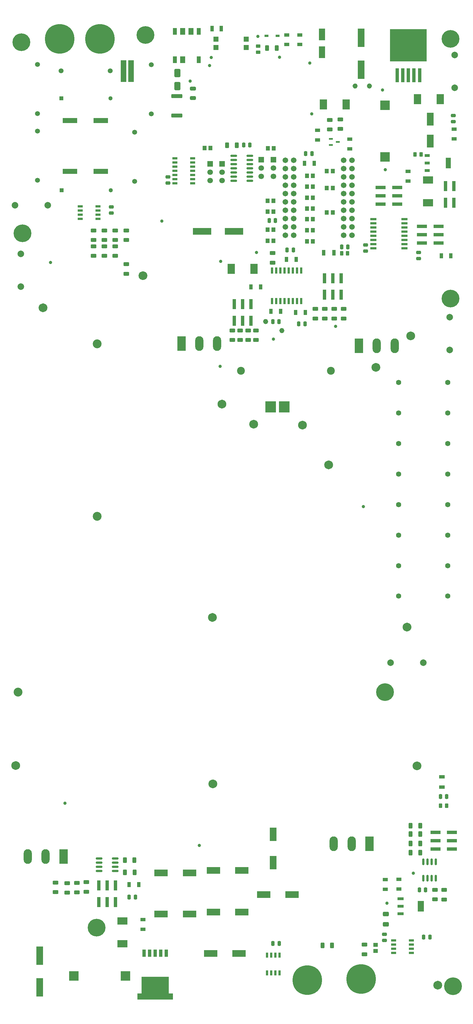
<source format=gts>
G04 #@! TF.GenerationSoftware,KiCad,Pcbnew,9.0.3*
G04 #@! TF.CreationDate,2025-10-12T10:39:54+02:00*
G04 #@! TF.ProjectId,LLC_DCDC_V5,4c4c435f-4443-4444-935f-56352e6b6963,rev?*
G04 #@! TF.SameCoordinates,Original*
G04 #@! TF.FileFunction,Soldermask,Top*
G04 #@! TF.FilePolarity,Negative*
%FSLAX46Y46*%
G04 Gerber Fmt 4.6, Leading zero omitted, Abs format (unit mm)*
G04 Created by KiCad (PCBNEW 9.0.3) date 2025-10-12 10:39:54*
%MOMM*%
%LPD*%
G01*
G04 APERTURE LIST*
G04 Aperture macros list*
%AMRoundRect*
0 Rectangle with rounded corners*
0 $1 Rounding radius*
0 $2 $3 $4 $5 $6 $7 $8 $9 X,Y pos of 4 corners*
0 Add a 4 corners polygon primitive as box body*
4,1,4,$2,$3,$4,$5,$6,$7,$8,$9,$2,$3,0*
0 Add four circle primitives for the rounded corners*
1,1,$1+$1,$2,$3*
1,1,$1+$1,$4,$5*
1,1,$1+$1,$6,$7*
1,1,$1+$1,$8,$9*
0 Add four rect primitives between the rounded corners*
20,1,$1+$1,$2,$3,$4,$5,0*
20,1,$1+$1,$4,$5,$6,$7,0*
20,1,$1+$1,$6,$7,$8,$9,0*
20,1,$1+$1,$8,$9,$2,$3,0*%
G04 Aperture macros list end*
%ADD10C,1.352479*%
%ADD11C,0.800000*%
%ADD12R,1.850000X0.900000*%
%ADD13R,1.850000X3.200000*%
%ADD14R,1.500000X0.650000*%
%ADD15R,2.050000X4.000000*%
%ADD16R,1.050000X1.820000*%
%ADD17R,5.700000X2.000000*%
%ADD18R,2.250000X3.150000*%
%ADD19C,2.700000*%
%ADD20R,2.000000X5.700000*%
%ADD21R,1.600000X1.050000*%
%ADD22RoundRect,0.250000X0.312500X0.625000X-0.312500X0.625000X-0.312500X-0.625000X0.312500X-0.625000X0*%
%ADD23R,1.200000X0.750000*%
%ADD24C,1.500000*%
%ADD25R,1.300000X1.300000*%
%ADD26C,1.300000*%
%ADD27C,0.800000*%
%ADD28C,5.400000*%
%ADD29RoundRect,0.250000X-0.625000X0.312500X-0.625000X-0.312500X0.625000X-0.312500X0.625000X0.312500X0*%
%ADD30RoundRect,0.250000X0.625000X-0.312500X0.625000X0.312500X-0.625000X0.312500X-0.625000X-0.312500X0*%
%ADD31R,1.150000X1.450000*%
%ADD32R,2.500000X4.500000*%
%ADD33O,2.500000X4.500000*%
%ADD34C,1.000000*%
%ADD35R,1.050000X1.600000*%
%ADD36RoundRect,0.250000X-0.250000X-0.475000X0.250000X-0.475000X0.250000X0.475000X-0.250000X0.475000X0*%
%ADD37C,2.000000*%
%ADD38R,4.100000X2.000000*%
%ADD39C,1.604000*%
%ADD40RoundRect,0.250000X-0.262500X-0.450000X0.262500X-0.450000X0.262500X0.450000X-0.262500X0.450000X0*%
%ADD41RoundRect,0.250000X-0.312500X-0.625000X0.312500X-0.625000X0.312500X0.625000X-0.312500X0.625000X0*%
%ADD42R,1.700000X1.700000*%
%ADD43C,1.700000*%
%ADD44RoundRect,0.250000X-0.450000X0.262500X-0.450000X-0.262500X0.450000X-0.262500X0.450000X0.262500X0*%
%ADD45R,3.000000X2.900000*%
%ADD46RoundRect,0.150000X0.825000X0.150000X-0.825000X0.150000X-0.825000X-0.150000X0.825000X-0.150000X0*%
%ADD47R,3.150000X1.000000*%
%ADD48R,1.000000X3.150000*%
%ADD49RoundRect,0.250000X0.475000X-0.250000X0.475000X0.250000X-0.475000X0.250000X-0.475000X-0.250000X0*%
%ADD50R,1.450000X1.150000*%
%ADD51R,1.800000X1.050000*%
%ADD52R,1.050000X1.800000*%
%ADD53RoundRect,0.250000X0.250000X0.475000X-0.250000X0.475000X-0.250000X-0.475000X0.250000X-0.475000X0*%
%ADD54R,1.600000X1.500000*%
%ADD55RoundRect,0.250000X0.650000X-1.000000X0.650000X1.000000X-0.650000X1.000000X-0.650000X-1.000000X0*%
%ADD56R,0.650000X1.528000*%
%ADD57RoundRect,0.250000X-0.475000X0.250000X-0.475000X-0.250000X0.475000X-0.250000X0.475000X0.250000X0*%
%ADD58RoundRect,0.250000X-0.650000X0.412500X-0.650000X-0.412500X0.650000X-0.412500X0.650000X0.412500X0*%
%ADD59R,1.168000X2.032000*%
%ADD60R,1.524000X2.032000*%
%ADD61C,0.900000*%
%ADD62C,9.000000*%
%ADD63RoundRect,0.250000X0.650000X-0.325000X0.650000X0.325000X-0.650000X0.325000X-0.650000X-0.325000X0*%
%ADD64R,1.850000X3.550000*%
%ADD65RoundRect,0.250000X0.262500X0.450000X-0.262500X0.450000X-0.262500X-0.450000X0.262500X-0.450000X0*%
%ADD66RoundRect,0.150000X-0.825000X-0.150000X0.825000X-0.150000X0.825000X0.150000X-0.825000X0.150000X0*%
%ADD67C,2.400000*%
%ADD68RoundRect,0.150000X0.150000X-0.825000X0.150000X0.825000X-0.150000X0.825000X-0.150000X-0.825000X0*%
%ADD69R,4.450000X1.520000*%
%ADD70R,3.250000X3.400000*%
%ADD71R,0.650000X1.850000*%
%ADD72R,1.950000X0.650000*%
%ADD73R,1.020000X4.320000*%
%ADD74R,11.180000X9.910000*%
%ADD75R,3.150000X2.250000*%
%ADD76C,1.712000*%
%ADD77R,1.500000X0.900000*%
%ADD78R,1.500000X3.200000*%
%ADD79R,2.900000X3.000000*%
%ADD80R,2.000000X4.100000*%
%ADD81R,1.750000X6.600000*%
%ADD82R,1.070000X2.160000*%
%ADD83R,10.800000X1.910000*%
%ADD84R,8.330000X5.080000*%
%ADD85RoundRect,0.250000X1.425000X-0.362500X1.425000X0.362500X-1.425000X0.362500X-1.425000X-0.362500X0*%
%ADD86R,1.250000X0.600000*%
%ADD87R,1.525000X0.650000*%
G04 APERTURE END LIST*
D10*
X88859908Y-139600000D02*
G75*
G02*
X87507430Y-139600000I-676239J0D01*
G01*
X87507430Y-139600000D02*
G75*
G02*
X88859908Y-139600000I676239J0D01*
G01*
X168006239Y-175370000D02*
G75*
G02*
X166653761Y-175370000I-676239J0D01*
G01*
X166653761Y-175370000D02*
G75*
G02*
X168006239Y-175370000I676239J0D01*
G01*
X143436239Y-168967521D02*
G75*
G02*
X142083761Y-168967521I-676239J0D01*
G01*
X142083761Y-168967521D02*
G75*
G02*
X143436239Y-168967521I676239J0D01*
G01*
D11*
X188140000Y-71990000D02*
G75*
G02*
X187340000Y-71990000I-400000J0D01*
G01*
X187340000Y-71990000D02*
G75*
G02*
X188140000Y-71990000I400000J0D01*
G01*
D10*
X202936239Y-279247521D02*
G75*
G02*
X201583761Y-279247521I-676239J0D01*
G01*
X201583761Y-279247521D02*
G75*
G02*
X202936239Y-279247521I676239J0D01*
G01*
X201016239Y-148167521D02*
G75*
G02*
X199663761Y-148167521I-676239J0D01*
G01*
X199663761Y-148167521D02*
G75*
G02*
X201016239Y-148167521I676239J0D01*
G01*
X175986239Y-187487521D02*
G75*
G02*
X174633761Y-187487521I-676239J0D01*
G01*
X174633761Y-187487521D02*
G75*
G02*
X175986239Y-187487521I676239J0D01*
G01*
X199890091Y-236940000D02*
G75*
G02*
X198537613Y-236940000I-676239J0D01*
G01*
X198537613Y-236940000D02*
G75*
G02*
X199890091Y-236940000I676239J0D01*
G01*
X140536239Y-234000000D02*
G75*
G02*
X139183761Y-234000000I-676239J0D01*
G01*
X139183761Y-234000000D02*
G75*
G02*
X140536239Y-234000000I676239J0D01*
G01*
D11*
X161440000Y-146560000D02*
G75*
G02*
X160640000Y-146560000I-400000J0D01*
G01*
X160640000Y-146560000D02*
G75*
G02*
X161440000Y-146560000I400000J0D01*
G01*
D10*
X190396239Y-157757521D02*
G75*
G02*
X189043761Y-157757521I-676239J0D01*
G01*
X189043761Y-157757521D02*
G75*
G02*
X190396239Y-157757521I676239J0D01*
G01*
X209266239Y-346107521D02*
G75*
G02*
X207913761Y-346107521I-676239J0D01*
G01*
X207913761Y-346107521D02*
G75*
G02*
X209266239Y-346107521I676239J0D01*
G01*
X119346239Y-129810000D02*
G75*
G02*
X117993761Y-129810000I-676239J0D01*
G01*
X117993761Y-129810000D02*
G75*
G02*
X119346239Y-129810000I676239J0D01*
G01*
D11*
X183780000Y-71990000D02*
G75*
G02*
X182980000Y-71990000I-400000J0D01*
G01*
X182980000Y-71990000D02*
G75*
G02*
X183780000Y-71990000I400000J0D01*
G01*
D10*
X140666239Y-284737521D02*
G75*
G02*
X139313761Y-284737521I-676239J0D01*
G01*
X139313761Y-284737521D02*
G75*
G02*
X140666239Y-284737521I676239J0D01*
G01*
D11*
X156490000Y-143790000D02*
G75*
G02*
X155690000Y-143790000I-400000J0D01*
G01*
X155690000Y-143790000D02*
G75*
G02*
X156490000Y-143790000I400000J0D01*
G01*
D10*
X153116239Y-175080000D02*
G75*
G02*
X151763761Y-175080000I-676239J0D01*
G01*
X151763761Y-175080000D02*
G75*
G02*
X153116239Y-175080000I676239J0D01*
G01*
X80536239Y-279140000D02*
G75*
G02*
X79183761Y-279140000I-676239J0D01*
G01*
X79183761Y-279140000D02*
G75*
G02*
X80536239Y-279140000I676239J0D01*
G01*
D12*
X197240000Y-319750000D03*
X197240000Y-322050000D03*
X197240000Y-324350000D03*
D13*
X203440000Y-322050000D03*
D14*
X195120000Y-332475000D03*
X195120000Y-333745000D03*
X195120000Y-335015000D03*
X195120000Y-336285000D03*
X200520000Y-336285000D03*
X200520000Y-335015000D03*
X200520000Y-333745000D03*
X200520000Y-332475000D03*
D15*
X206290000Y-82125000D03*
X206290000Y-88825000D03*
D16*
X139770000Y-54505000D03*
X142550000Y-54505000D03*
D17*
X136740000Y-116275000D03*
X146440000Y-116275000D03*
D18*
X145640000Y-127765000D03*
X152540000Y-127765000D03*
D19*
X80540000Y-256790000D03*
X104730000Y-150620000D03*
X104730000Y-203210000D03*
D18*
X173710000Y-77625000D03*
X180610000Y-77625000D03*
D20*
X185180000Y-57305000D03*
X185180000Y-67005000D03*
D21*
X162500000Y-56400000D03*
X162500000Y-59350000D03*
D22*
X156537500Y-60445000D03*
X159462500Y-60445000D03*
D23*
X156350000Y-56671000D03*
X159750000Y-56671000D03*
D24*
X108670000Y-67345000D03*
X93670000Y-67345000D03*
D25*
X93800000Y-75785000D03*
D26*
X108800000Y-75785000D03*
D27*
X79605000Y-58660000D03*
X80198109Y-57228109D03*
X80198109Y-60091891D03*
X81630000Y-56635000D03*
D28*
X81630000Y-58660000D03*
D27*
X81630000Y-60685000D03*
X83061891Y-57228109D03*
X83061891Y-60091891D03*
X83655000Y-58660000D03*
D29*
X175650000Y-82315000D03*
X175650000Y-85240000D03*
D30*
X101390000Y-317602500D03*
X101390000Y-314677500D03*
D27*
X117425000Y-56465000D03*
X118018109Y-55033109D03*
X118018109Y-57896891D03*
X119450000Y-54440000D03*
D28*
X119450000Y-56465000D03*
D27*
X119450000Y-58490000D03*
X120881891Y-55033109D03*
X120881891Y-57896891D03*
X121475000Y-56465000D03*
D31*
X170510000Y-99355000D03*
X168710000Y-99355000D03*
D32*
X184540000Y-151165000D03*
D33*
X189990000Y-151165000D03*
X195440000Y-151165000D03*
D34*
X139530000Y-63315000D03*
D35*
X114455000Y-315460000D03*
X117405000Y-315460000D03*
D36*
X204290000Y-331430000D03*
X206190000Y-331430000D03*
D37*
X79670000Y-108310000D03*
X89670000Y-108310000D03*
D38*
X132910000Y-324380000D03*
X124210000Y-324380000D03*
D39*
X196670000Y-208899286D03*
X211670000Y-208899286D03*
D40*
X209437500Y-291351674D03*
X211262500Y-291351674D03*
D41*
X200310000Y-305665000D03*
X203235000Y-305665000D03*
X113147500Y-307970000D03*
X116072500Y-307970000D03*
D42*
X139190000Y-95712500D03*
D43*
X139190000Y-98252500D03*
X139190000Y-100792500D03*
D29*
X106880000Y-120867500D03*
X106880000Y-123792500D03*
D38*
X140150000Y-323815000D03*
X148850000Y-323815000D03*
D29*
X186250000Y-333747500D03*
X186250000Y-336672500D03*
D24*
X116170000Y-101075000D03*
X116170000Y-86075000D03*
D34*
X185920000Y-200245000D03*
X193130000Y-321070000D03*
D44*
X153810000Y-59862500D03*
X153810000Y-61687500D03*
D27*
X210485000Y-57645000D03*
X211078109Y-56213109D03*
X211078109Y-59076891D03*
X212510000Y-55620000D03*
D28*
X212510000Y-57645000D03*
D27*
X212510000Y-59670000D03*
X213941891Y-56213109D03*
X213941891Y-59076891D03*
X214535000Y-57645000D03*
D34*
X124400000Y-113200000D03*
D38*
X140150000Y-311105000D03*
X148850000Y-311105000D03*
D30*
X148340000Y-149432500D03*
X148340000Y-146507500D03*
D45*
X113300000Y-343290000D03*
X97600000Y-343290000D03*
D46*
X110235000Y-311270000D03*
X110235000Y-310000000D03*
X110235000Y-308730000D03*
X110235000Y-307460000D03*
X105285000Y-307460000D03*
X105285000Y-308730000D03*
X105285000Y-310000000D03*
X105285000Y-311270000D03*
D34*
X94880000Y-290610000D03*
X177460000Y-145225000D03*
D31*
X170510000Y-106025000D03*
X168710000Y-106025000D03*
D41*
X200310000Y-297525000D03*
X203235000Y-297525000D03*
D29*
X174150000Y-139920000D03*
X174150000Y-142845000D03*
D47*
X212942500Y-304575000D03*
X207892500Y-304575000D03*
X212942500Y-302035000D03*
X207892500Y-302035000D03*
X212942500Y-299495000D03*
X207892500Y-299495000D03*
D30*
X103570000Y-123792500D03*
X103570000Y-120867500D03*
D48*
X110250000Y-315730000D03*
X110250000Y-320780000D03*
X107710000Y-315730000D03*
X107710000Y-320780000D03*
X105170000Y-315730000D03*
X105170000Y-320780000D03*
D29*
X210530000Y-317087500D03*
X210530000Y-320012500D03*
D30*
X153150000Y-149432500D03*
X153150000Y-146507500D03*
D39*
X196670000Y-171687857D03*
X211670000Y-171687857D03*
X196670000Y-190293571D03*
X211670000Y-190293571D03*
D29*
X106880000Y-116017500D03*
X106880000Y-118942500D03*
D49*
X202780000Y-124605000D03*
X202780000Y-122705000D03*
D47*
X203760000Y-114815000D03*
X208810000Y-114815000D03*
X203760000Y-117355000D03*
X208810000Y-117355000D03*
X203760000Y-119895000D03*
X208810000Y-119895000D03*
D31*
X158560000Y-90982500D03*
X156760000Y-90982500D03*
D50*
X189660000Y-333850000D03*
X189660000Y-335650000D03*
D31*
X158460000Y-115780000D03*
X156660000Y-115780000D03*
D47*
X191190000Y-102945000D03*
X196240000Y-102945000D03*
X191190000Y-105485000D03*
X196240000Y-105485000D03*
X191190000Y-108025000D03*
X196240000Y-108025000D03*
D34*
X90480000Y-125780000D03*
X135880000Y-303495000D03*
D31*
X168670000Y-112540000D03*
X170470000Y-112540000D03*
D22*
X203235000Y-300065000D03*
X200310000Y-300065000D03*
D51*
X209820000Y-282590000D03*
X209820000Y-285690000D03*
D21*
X196710000Y-316785000D03*
X196710000Y-313835000D03*
D36*
X114450000Y-319230000D03*
X116350000Y-319230000D03*
D20*
X87220000Y-346780000D03*
X87220000Y-337080000D03*
D14*
X99550000Y-108670000D03*
X99550000Y-109940000D03*
X99550000Y-111210000D03*
X99550000Y-112480000D03*
X104950000Y-112480000D03*
X104950000Y-111210000D03*
X104950000Y-109940000D03*
X104950000Y-108670000D03*
D32*
X187760000Y-302950000D03*
D33*
X182310000Y-302950000D03*
X176860000Y-302950000D03*
D39*
X196670000Y-199596429D03*
X211670000Y-199596429D03*
D41*
X144335000Y-90052500D03*
X147260000Y-90052500D03*
D30*
X179850000Y-142845000D03*
X179850000Y-139920000D03*
D18*
X202410000Y-75985000D03*
X209310000Y-75985000D03*
D52*
X173830000Y-122855000D03*
X176930000Y-122855000D03*
D53*
X168090000Y-144470000D03*
X166190000Y-144470000D03*
D35*
X165385000Y-124885000D03*
X162435000Y-124885000D03*
D29*
X178910000Y-82165000D03*
X178910000Y-85090000D03*
D54*
X150140000Y-60245000D03*
X150140000Y-57705000D03*
X140920000Y-57705000D03*
X140920000Y-60245000D03*
D53*
X181190000Y-121025000D03*
X179290000Y-121025000D03*
D34*
X133060000Y-70515000D03*
D55*
X129170000Y-72032500D03*
X129170000Y-68032500D03*
D34*
X160360000Y-63255000D03*
D29*
X113610000Y-126295000D03*
X113610000Y-129220000D03*
D53*
X160160000Y-143815000D03*
X158260000Y-143815000D03*
D31*
X158460000Y-110270000D03*
X156660000Y-110270000D03*
D29*
X91990000Y-314837500D03*
X91990000Y-317762500D03*
D56*
X156495000Y-342341000D03*
X157765000Y-342341000D03*
X159035000Y-342341000D03*
X160305000Y-342341000D03*
X160305000Y-336919000D03*
X159035000Y-336919000D03*
X157765000Y-336919000D03*
X156495000Y-336919000D03*
D57*
X109040000Y-108835000D03*
X109040000Y-110735000D03*
D27*
X190495000Y-256790000D03*
X191088109Y-255358109D03*
X191088109Y-258221891D03*
X192520000Y-254765000D03*
D28*
X192520000Y-256790000D03*
D27*
X192520000Y-258815000D03*
X193951891Y-255358109D03*
X193951891Y-258221891D03*
X194545000Y-256790000D03*
D41*
X173415000Y-333970000D03*
X176340000Y-333970000D03*
D31*
X170510000Y-102695000D03*
X168710000Y-102695000D03*
D21*
X213570000Y-85125000D03*
X213570000Y-88075000D03*
D58*
X192780000Y-324377500D03*
X192780000Y-327502500D03*
D59*
X128428000Y-63991000D03*
D60*
X130790000Y-63991000D03*
D59*
X135692000Y-63991000D03*
X135692000Y-55355000D03*
D60*
X133330000Y-55355000D03*
X130790000Y-55355000D03*
D59*
X128428000Y-55355000D03*
D42*
X154710000Y-94492500D03*
D43*
X154710000Y-97032500D03*
X154710000Y-99572500D03*
D61*
X89903000Y-57660000D03*
X90891515Y-55273515D03*
X90891515Y-60046485D03*
X93278000Y-54285000D03*
D62*
X93278000Y-57660000D03*
D61*
X93278000Y-61035000D03*
X95664485Y-55273515D03*
X95664485Y-60046485D03*
X96653000Y-57660000D03*
D35*
X160685000Y-140725000D03*
X157735000Y-140725000D03*
D34*
X169540000Y-64960000D03*
D63*
X133950000Y-75700000D03*
X133950000Y-72750000D03*
D34*
X158470000Y-149135000D03*
D39*
X196670000Y-227505000D03*
X211670000Y-227505000D03*
D34*
X201150000Y-311925000D03*
D49*
X213350000Y-82875000D03*
X213350000Y-80975000D03*
D64*
X173310000Y-61685000D03*
X173310000Y-56285000D03*
D31*
X139260000Y-90875000D03*
X137460000Y-90875000D03*
D65*
X203474500Y-92830000D03*
X201649500Y-92830000D03*
D36*
X202960000Y-317060000D03*
X204860000Y-317060000D03*
D66*
X146355000Y-93242500D03*
X146355000Y-94512500D03*
X146355000Y-95782500D03*
X146355000Y-97052500D03*
X146355000Y-98322500D03*
X146355000Y-99592500D03*
X146355000Y-100862500D03*
X151305000Y-100862500D03*
X151305000Y-99592500D03*
X151305000Y-98322500D03*
X151305000Y-97052500D03*
X151305000Y-95782500D03*
X151305000Y-94512500D03*
X151305000Y-93242500D03*
D31*
X174760000Y-97960000D03*
X176560000Y-97960000D03*
D37*
X81450000Y-123120000D03*
X81450000Y-133120000D03*
D35*
X212610000Y-123755000D03*
X209660000Y-123755000D03*
D39*
X196670000Y-162385000D03*
X211670000Y-162385000D03*
D67*
X148530000Y-158795000D03*
X176030000Y-158795000D03*
D35*
X154565000Y-133225000D03*
X151615000Y-133225000D03*
D68*
X204197500Y-313457500D03*
X205467500Y-313457500D03*
X206737500Y-313457500D03*
X208007500Y-313457500D03*
X208007500Y-308507500D03*
X206737500Y-308507500D03*
X205467500Y-308507500D03*
X204197500Y-308507500D03*
D37*
X212210000Y-142455000D03*
X212210000Y-152455000D03*
D30*
X103570000Y-118942500D03*
X103570000Y-116017500D03*
D21*
X166490000Y-59350000D03*
X166490000Y-56400000D03*
D27*
X102485000Y-328540000D03*
X103078109Y-327108109D03*
X103078109Y-329971891D03*
X104510000Y-326515000D03*
D28*
X104510000Y-328540000D03*
D27*
X104510000Y-330565000D03*
X105941891Y-327108109D03*
X105941891Y-329971891D03*
X106535000Y-328540000D03*
D65*
X181085000Y-123005000D03*
X179260000Y-123005000D03*
D29*
X98500000Y-314907500D03*
X98500000Y-317832500D03*
X207720000Y-317037500D03*
X207720000Y-319962500D03*
D34*
X142410000Y-125450000D03*
D31*
X174760000Y-103120000D03*
X176560000Y-103120000D03*
D21*
X118670000Y-329095000D03*
X118670000Y-326145000D03*
D34*
X142210000Y-157460000D03*
D32*
X130410000Y-150475000D03*
D33*
X135860000Y-150475000D03*
X141310000Y-150475000D03*
D37*
X213770000Y-62495000D03*
X213770000Y-72495000D03*
D31*
X168670000Y-119360000D03*
X170470000Y-119360000D03*
D48*
X151630000Y-138472500D03*
X151630000Y-143522500D03*
X149090000Y-138472500D03*
X149090000Y-143522500D03*
X146550000Y-138472500D03*
X146550000Y-143522500D03*
D69*
X96380000Y-82555000D03*
X96380000Y-98045000D03*
X105780000Y-82555000D03*
X105780000Y-98045000D03*
D31*
X168680000Y-109335000D03*
X170480000Y-109335000D03*
D34*
X153750000Y-56825000D03*
D38*
X155480000Y-318480000D03*
X164180000Y-318480000D03*
D70*
X157660000Y-169815000D03*
X161760000Y-169815000D03*
D24*
X121200000Y-65515000D03*
X121200000Y-80515000D03*
D71*
X166905000Y-128200000D03*
X165635000Y-128200000D03*
X164365000Y-128200000D03*
X163095000Y-128200000D03*
X161825000Y-128200000D03*
X160555000Y-128200000D03*
X159285000Y-128200000D03*
X158015000Y-128200000D03*
X158015000Y-137550000D03*
X159285000Y-137550000D03*
X160555000Y-137550000D03*
X161825000Y-137550000D03*
X163095000Y-137550000D03*
X164365000Y-137550000D03*
X165635000Y-137550000D03*
X166905000Y-137550000D03*
D61*
X181845000Y-344200000D03*
X182833515Y-341813515D03*
X182833515Y-346586485D03*
X185220000Y-340825000D03*
D62*
X185220000Y-344200000D03*
D61*
X185220000Y-347575000D03*
X187606485Y-341813515D03*
X187606485Y-346586485D03*
X188595000Y-344200000D03*
D30*
X150740000Y-149432500D03*
X150740000Y-146507500D03*
X110190000Y-118942500D03*
X110190000Y-116017500D03*
D35*
X168215000Y-141000000D03*
X165265000Y-141000000D03*
D30*
X110190000Y-123792500D03*
X110190000Y-120867500D03*
D32*
X94440000Y-306910000D03*
D33*
X88990000Y-306910000D03*
X83540000Y-306910000D03*
D72*
X198416000Y-121481000D03*
X198416000Y-120211000D03*
X198416000Y-118941000D03*
X198416000Y-117671000D03*
X198416000Y-116401000D03*
X198416000Y-115131000D03*
X198416000Y-113861000D03*
X198416000Y-112591000D03*
X188966000Y-112591000D03*
X188966000Y-113861000D03*
X188966000Y-115131000D03*
X188966000Y-116401000D03*
X188966000Y-117671000D03*
X188966000Y-118941000D03*
X188966000Y-120211000D03*
X188966000Y-121481000D03*
D29*
X113610000Y-116017500D03*
X113610000Y-118942500D03*
D34*
X153300000Y-122705000D03*
D48*
X210930000Y-107560000D03*
X210930000Y-102510000D03*
X213470000Y-107560000D03*
X213470000Y-102510000D03*
D73*
X196250000Y-68725000D03*
X197950000Y-68725000D03*
X199650000Y-68725000D03*
X201350000Y-68725000D03*
X203050000Y-68725000D03*
D74*
X199650000Y-59580000D03*
D53*
X170210000Y-92615000D03*
X168310000Y-92615000D03*
D34*
X138990000Y-65765000D03*
X170120000Y-80525000D03*
D27*
X210485000Y-136775000D03*
X211078109Y-135343109D03*
X211078109Y-138206891D03*
X212510000Y-134750000D03*
D28*
X212510000Y-136775000D03*
D27*
X212510000Y-138800000D03*
X213941891Y-135343109D03*
X213941891Y-138206891D03*
X214535000Y-136775000D03*
D49*
X126290000Y-101565000D03*
X126290000Y-99665000D03*
D41*
X113177500Y-311680000D03*
X116102500Y-311680000D03*
D75*
X205630000Y-107575000D03*
X205630000Y-100675000D03*
D24*
X86474000Y-85727000D03*
X86474000Y-100727000D03*
D30*
X158190000Y-125840000D03*
X158190000Y-122915000D03*
D25*
X93890000Y-103785000D03*
D26*
X108890000Y-103785000D03*
D76*
X162150000Y-94635000D03*
X162150000Y-97175000D03*
X162150000Y-99715000D03*
X162150000Y-102255000D03*
X162150000Y-104795000D03*
X162150000Y-107335000D03*
X162150000Y-109875000D03*
X162150000Y-112415000D03*
X162150000Y-114955000D03*
X162150000Y-117495000D03*
X164690000Y-94635000D03*
X164690000Y-97175000D03*
X164690000Y-99715000D03*
X164690000Y-102255000D03*
X164690000Y-104795000D03*
X164690000Y-107335000D03*
X164690000Y-109875000D03*
X164690000Y-112415000D03*
X164690000Y-114955000D03*
X164690000Y-117495000D03*
X179930000Y-94635000D03*
X179930000Y-97175000D03*
X179930000Y-99715000D03*
X179930000Y-102255000D03*
X179930000Y-104795000D03*
X179930000Y-107335000D03*
X179930000Y-109875000D03*
X179930000Y-112415000D03*
X179930000Y-114955000D03*
X179930000Y-117495000D03*
X182470000Y-94635000D03*
X182470000Y-97175000D03*
X182470000Y-99715000D03*
X182470000Y-102255000D03*
X182470000Y-104795000D03*
X182470000Y-107335000D03*
X182470000Y-109875000D03*
X182470000Y-112415000D03*
X182470000Y-114955000D03*
X182470000Y-117495000D03*
D38*
X132910000Y-311845000D03*
X124210000Y-311845000D03*
D21*
X181710000Y-88175000D03*
X181710000Y-91125000D03*
D77*
X205340000Y-93175000D03*
X205340000Y-95475000D03*
X205340000Y-97775000D03*
D78*
X211840000Y-95475000D03*
D38*
X139300000Y-336470000D03*
X148000000Y-336470000D03*
D21*
X192570000Y-316835000D03*
X192570000Y-313885000D03*
D29*
X145910000Y-146507500D03*
X145910000Y-149432500D03*
D53*
X164530000Y-121935000D03*
X162630000Y-121935000D03*
D79*
X192500000Y-77895000D03*
X192500000Y-93595000D03*
D31*
X176560000Y-110570000D03*
X174760000Y-110570000D03*
X156660000Y-106970000D03*
X158460000Y-106970000D03*
D39*
X196670000Y-180990714D03*
X211670000Y-180990714D03*
D75*
X112370000Y-333450000D03*
X112370000Y-326550000D03*
D21*
X171900000Y-85485000D03*
X171900000Y-88435000D03*
D49*
X186601000Y-122326000D03*
X186601000Y-120426000D03*
D34*
X191770000Y-73215000D03*
D31*
X158460000Y-119200000D03*
X156660000Y-119200000D03*
D61*
X102149000Y-57660000D03*
X103137515Y-55273515D03*
X103137515Y-60046485D03*
X105524000Y-54285000D03*
D62*
X105524000Y-57660000D03*
D61*
X105524000Y-61035000D03*
X107910485Y-55273515D03*
X107910485Y-60046485D03*
X108899000Y-57660000D03*
D36*
X209420000Y-288571674D03*
X211320000Y-288571674D03*
D53*
X159085000Y-113020000D03*
X157185000Y-113020000D03*
D80*
X158390000Y-300080000D03*
X158390000Y-308780000D03*
D49*
X192350000Y-332450000D03*
X192350000Y-330550000D03*
D81*
X112770000Y-67455000D03*
X115070000Y-67455000D03*
D48*
X179140000Y-130595000D03*
X179140000Y-135645000D03*
X176600000Y-130595000D03*
X176600000Y-135645000D03*
X174060000Y-130595000D03*
X174060000Y-135645000D03*
D31*
X168710000Y-115980000D03*
X170510000Y-115980000D03*
D21*
X199570000Y-100955000D03*
X199570000Y-98005000D03*
D35*
X170930000Y-95565000D03*
X167980000Y-95565000D03*
D24*
X86474000Y-80400000D03*
X86474000Y-65400000D03*
D82*
X125790000Y-336335000D03*
X124090000Y-336335000D03*
X122390000Y-336335000D03*
X120690000Y-336335000D03*
X118990000Y-336335000D03*
D83*
X122390000Y-349550000D03*
D84*
X122390000Y-346054000D03*
D61*
X165411485Y-344586485D03*
X166400000Y-342200000D03*
X166400000Y-346972970D03*
X168786485Y-341211485D03*
D62*
X168786485Y-344586485D03*
D61*
X168786485Y-347961485D03*
X171172970Y-342200000D03*
X171172970Y-346972970D03*
X172161485Y-344586485D03*
D30*
X171280000Y-142845000D03*
X171280000Y-139920000D03*
D27*
X211236891Y-346411891D03*
X211830000Y-344980000D03*
X211830000Y-347843782D03*
X213261891Y-344386891D03*
D28*
X213261891Y-346411891D03*
D27*
X213261891Y-348436891D03*
X214693782Y-344980000D03*
X214693782Y-347843782D03*
X215286891Y-346411891D03*
D85*
X128990000Y-81015000D03*
X128990000Y-75090000D03*
D86*
X175970000Y-88095000D03*
X175970000Y-89995000D03*
X178070000Y-89045000D03*
D27*
X79935000Y-116880000D03*
X80528109Y-115448109D03*
X80528109Y-118311891D03*
X81960000Y-114855000D03*
D28*
X81960000Y-116880000D03*
D27*
X81960000Y-118905000D03*
X83391891Y-115448109D03*
X83391891Y-118311891D03*
X83985000Y-116880000D03*
D36*
X149410000Y-89942500D03*
X151310000Y-89942500D03*
X158320000Y-333380000D03*
X160220000Y-333380000D03*
D42*
X158460000Y-94492500D03*
D43*
X158460000Y-97032500D03*
X158460000Y-99572500D03*
D30*
X177040000Y-142845000D03*
X177040000Y-139920000D03*
D42*
X142830000Y-95712500D03*
D43*
X142830000Y-98252500D03*
X142830000Y-100792500D03*
D39*
X196670000Y-218202143D03*
X211670000Y-218202143D03*
D37*
X194180000Y-247760000D03*
X204180000Y-247760000D03*
D87*
X133844000Y-101615000D03*
X133844000Y-100345000D03*
X133844000Y-99075000D03*
X133844000Y-97805000D03*
X133844000Y-96535000D03*
X133844000Y-95265000D03*
X133844000Y-93995000D03*
X128420000Y-93995000D03*
X128420000Y-95265000D03*
X128420000Y-96535000D03*
X128420000Y-97805000D03*
X128420000Y-99075000D03*
X128420000Y-100345000D03*
X128420000Y-101615000D03*
D29*
X95520000Y-314977500D03*
X95520000Y-317902500D03*
D34*
X192610000Y-97535000D03*
D41*
X200310000Y-302935000D03*
X203235000Y-302935000D03*
M02*

</source>
